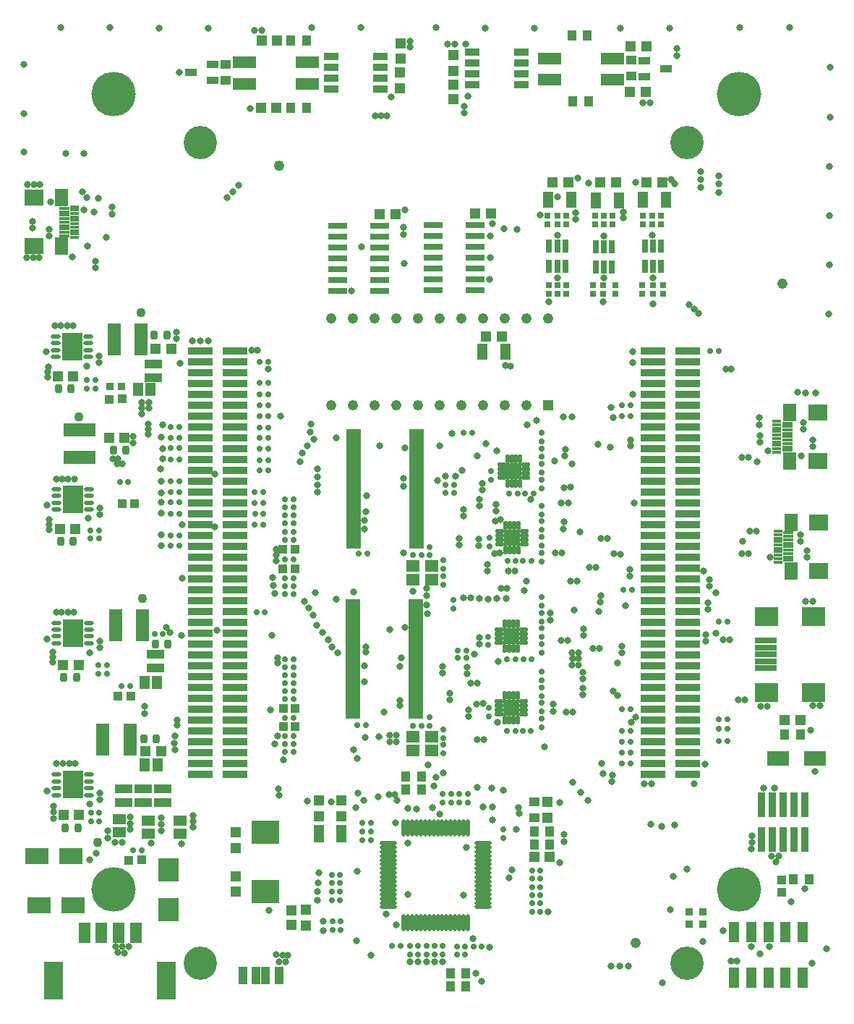
<source format=gts>
G04*
G04 #@! TF.GenerationSoftware,Altium Limited,Altium Designer,20.0.2 (26)*
G04*
G04 Layer_Color=8388736*
%FSLAX44Y44*%
%MOMM*%
G71*
G01*
G75*
%ADD77C,1.2192*%
%ADD78R,0.9432X2.9932*%
%ADD79R,1.4032X2.4032*%
%ADD80R,2.2032X4.4032*%
%ADD81O,0.5032X2.0032*%
%ADD82O,2.0032X0.5032*%
%ADD83R,2.7032X1.9032*%
%ADD84R,1.3032X1.9032*%
%ADD85R,1.0532X1.0032*%
G04:AMPARAMS|DCode=86|XSize=0.8032mm|YSize=1.0532mm|CornerRadius=0.2516mm|HoleSize=0mm|Usage=FLASHONLY|Rotation=0.000|XOffset=0mm|YOffset=0mm|HoleType=Round|Shape=RoundedRectangle|*
%AMROUNDEDRECTD86*
21,1,0.8032,0.5500,0,0,0.0*
21,1,0.3000,1.0532,0,0,0.0*
1,1,0.5032,0.1500,-0.2750*
1,1,0.5032,-0.1500,-0.2750*
1,1,0.5032,-0.1500,0.2750*
1,1,0.5032,0.1500,0.2750*
%
%ADD86ROUNDEDRECTD86*%
%ADD87R,1.3032X1.6032*%
%ADD88R,1.0032X1.1032*%
G04:AMPARAMS|DCode=89|XSize=0.6032mm|YSize=0.7032mm|CornerRadius=0.1516mm|HoleSize=0mm|Usage=FLASHONLY|Rotation=180.000|XOffset=0mm|YOffset=0mm|HoleType=Round|Shape=RoundedRectangle|*
%AMROUNDEDRECTD89*
21,1,0.6032,0.4000,0,0,180.0*
21,1,0.3000,0.7032,0,0,180.0*
1,1,0.3032,-0.1500,0.2000*
1,1,0.3032,0.1500,0.2000*
1,1,0.3032,0.1500,-0.2000*
1,1,0.3032,-0.1500,-0.2000*
%
%ADD89ROUNDEDRECTD89*%
%ADD90R,1.0160X1.0160*%
%ADD91R,2.5332X1.7632*%
%ADD92R,2.0032X1.0032*%
%ADD93R,2.5032X0.7032*%
%ADD94R,2.7032X2.2032*%
%ADD95R,1.5240X3.8100*%
%ADD96R,0.7032X0.8032*%
%ADD97C,1.0932*%
%ADD98R,0.8032X1.5532*%
%ADD99R,2.1844X0.7366*%
%ADD100O,1.1532X0.5032*%
%ADD101R,2.4032X3.2032*%
%ADD102R,1.6764X0.4826*%
%ADD103R,1.8832X1.8832*%
G04:AMPARAMS|DCode=104|XSize=1.0632mm|YSize=0.4632mm|CornerRadius=0.1341mm|HoleSize=0mm|Usage=FLASHONLY|Rotation=0.000|XOffset=0mm|YOffset=0mm|HoleType=Round|Shape=RoundedRectangle|*
%AMROUNDEDRECTD104*
21,1,1.0632,0.1950,0,0,0.0*
21,1,0.7950,0.4632,0,0,0.0*
1,1,0.2682,0.3975,-0.0975*
1,1,0.2682,-0.3975,-0.0975*
1,1,0.2682,-0.3975,0.0975*
1,1,0.2682,0.3975,0.0975*
%
%ADD104ROUNDEDRECTD104*%
G04:AMPARAMS|DCode=105|XSize=1.0632mm|YSize=0.4632mm|CornerRadius=0.1341mm|HoleSize=0mm|Usage=FLASHONLY|Rotation=90.000|XOffset=0mm|YOffset=0mm|HoleType=Round|Shape=RoundedRectangle|*
%AMROUNDEDRECTD105*
21,1,1.0632,0.1950,0,0,90.0*
21,1,0.7950,0.4632,0,0,90.0*
1,1,0.2682,0.0975,0.3975*
1,1,0.2682,0.0975,-0.3975*
1,1,0.2682,-0.0975,-0.3975*
1,1,0.2682,-0.0975,0.3975*
%
%ADD105ROUNDEDRECTD105*%
%ADD106R,1.2032X2.0032*%
%ADD107R,3.2032X2.7032*%
%ADD108R,1.6032X1.4032*%
%ADD109R,2.4032X2.7032*%
%ADD110R,2.9932X0.9432*%
%ADD111R,0.9652X0.9652*%
%ADD112R,1.2232X2.3632*%
%ADD113R,2.2032X1.9032*%
%ADD114R,1.5832X2.0032*%
%ADD115R,1.0532X0.4332*%
%ADD116R,1.2032X0.4332*%
%ADD117R,1.2032X1.2532*%
%ADD118R,1.3532X0.8532*%
%ADD119R,1.1032X1.1532*%
%ADD120R,1.7032X0.8532*%
%ADD121R,1.2432X1.3032*%
%ADD122R,2.6924X1.4732*%
G04:AMPARAMS|DCode=123|XSize=0.6032mm|YSize=0.7032mm|CornerRadius=0.1516mm|HoleSize=0mm|Usage=FLASHONLY|Rotation=270.000|XOffset=0mm|YOffset=0mm|HoleType=Round|Shape=RoundedRectangle|*
%AMROUNDEDRECTD123*
21,1,0.6032,0.4000,0,0,270.0*
21,1,0.3000,0.7032,0,0,270.0*
1,1,0.3032,-0.2000,-0.1500*
1,1,0.3032,-0.2000,0.1500*
1,1,0.3032,0.2000,0.1500*
1,1,0.3032,0.2000,-0.1500*
%
%ADD123ROUNDEDRECTD123*%
%ADD124R,1.1532X1.1032*%
%ADD125R,1.2532X1.2032*%
%ADD126R,1.6032X1.3032*%
%ADD127R,0.9652X0.9652*%
%ADD128R,3.8100X1.5240*%
%ADD129R,1.0032X2.0032*%
%ADD130C,3.9032*%
%ADD131R,1.2192X1.2192*%
%ADD132C,0.8032*%
%ADD133C,0.7032*%
%ADD134C,5.2032*%
%ADD135C,1.4732*%
D77*
X-240792Y-1086612D02*
D03*
X-658368Y-177038D02*
D03*
X-68834Y-314960D02*
D03*
X-343000Y-356000D02*
D03*
X-368400D02*
D03*
X-393800D02*
D03*
X-419200D02*
D03*
X-444600D02*
D03*
X-470000D02*
D03*
X-495400D02*
D03*
X-520800D02*
D03*
X-546200D02*
D03*
X-571600D02*
D03*
X-597000D02*
D03*
Y-457600D02*
D03*
X-571600D02*
D03*
X-546200D02*
D03*
X-520800D02*
D03*
X-495400D02*
D03*
X-470000D02*
D03*
X-444600D02*
D03*
X-419200D02*
D03*
X-393800D02*
D03*
X-368400D02*
D03*
D78*
X-68580Y-965352D02*
D03*
Y-924652D02*
D03*
X-55880Y-965352D02*
D03*
Y-924652D02*
D03*
X-43180Y-965352D02*
D03*
Y-924652D02*
D03*
X-93980Y-965352D02*
D03*
Y-924652D02*
D03*
X-81280Y-965352D02*
D03*
Y-924652D02*
D03*
D79*
X-826274Y-1074754D02*
D03*
X-846274D02*
D03*
X-866274D02*
D03*
X-886274D02*
D03*
D80*
X-922274Y-1130554D02*
D03*
X-790274D02*
D03*
D81*
X-512480Y-951356D02*
D03*
X-507480D02*
D03*
X-502480D02*
D03*
X-497480D02*
D03*
X-492480D02*
D03*
X-487480D02*
D03*
X-482480D02*
D03*
X-477480D02*
D03*
X-472480D02*
D03*
X-467480D02*
D03*
X-462480D02*
D03*
X-457480D02*
D03*
X-452480D02*
D03*
X-447480D02*
D03*
X-442480D02*
D03*
X-437480D02*
D03*
Y-1062356D02*
D03*
X-442480D02*
D03*
X-447480D02*
D03*
X-452480D02*
D03*
X-457480D02*
D03*
X-462480D02*
D03*
X-467480D02*
D03*
X-472480D02*
D03*
X-477480D02*
D03*
X-482480D02*
D03*
X-487480D02*
D03*
X-492480D02*
D03*
X-497480D02*
D03*
X-502480D02*
D03*
X-507480D02*
D03*
X-512480D02*
D03*
D82*
X-419480Y-969356D02*
D03*
Y-974356D02*
D03*
Y-979356D02*
D03*
Y-984356D02*
D03*
Y-989356D02*
D03*
Y-994356D02*
D03*
Y-999356D02*
D03*
Y-1004356D02*
D03*
Y-1009356D02*
D03*
Y-1014356D02*
D03*
Y-1019356D02*
D03*
Y-1024356D02*
D03*
Y-1029356D02*
D03*
Y-1034356D02*
D03*
Y-1039356D02*
D03*
Y-1044356D02*
D03*
X-530480D02*
D03*
Y-1039356D02*
D03*
Y-1034356D02*
D03*
Y-1029356D02*
D03*
Y-1024356D02*
D03*
Y-1019356D02*
D03*
Y-1014356D02*
D03*
Y-1009356D02*
D03*
Y-1004356D02*
D03*
Y-999356D02*
D03*
Y-994356D02*
D03*
Y-989356D02*
D03*
Y-984356D02*
D03*
Y-979356D02*
D03*
Y-974356D02*
D03*
Y-969356D02*
D03*
D83*
X-939734Y-1042416D02*
D03*
X-899734D02*
D03*
X-941766Y-984758D02*
D03*
X-901766D02*
D03*
D84*
X-393408Y-394207D02*
D03*
X-420408D02*
D03*
X-343446Y-217165D02*
D03*
X-316446D02*
D03*
X-232194D02*
D03*
X-205194D02*
D03*
X-287566Y-217673D02*
D03*
X-260566D02*
D03*
D85*
X-69850Y-1027430D02*
D03*
Y-1012430D02*
D03*
D86*
X-803536Y-736600D02*
D03*
X-788536D02*
D03*
X-789552Y-374904D02*
D03*
X-804552D02*
D03*
X-837558Y-509524D02*
D03*
X-852558D02*
D03*
X-801998Y-847598D02*
D03*
X-816998D02*
D03*
X-910724Y-775716D02*
D03*
X-895724D02*
D03*
X-914280Y-616204D02*
D03*
X-899280D02*
D03*
X-916820Y-438150D02*
D03*
X-901820D02*
D03*
X-908946Y-951484D02*
D03*
X-893946D02*
D03*
D87*
X-816236Y-781812D02*
D03*
X-801236D02*
D03*
X-815474Y-878332D02*
D03*
X-800474D02*
D03*
X-808856Y-438912D02*
D03*
X-823856D02*
D03*
D88*
X-639688Y-626110D02*
D03*
X-653688D02*
D03*
X-653688Y-648462D02*
D03*
X-639688D02*
D03*
X-653434Y-833374D02*
D03*
X-639434D02*
D03*
X-639434Y-811784D02*
D03*
X-653434D02*
D03*
D89*
X-373300Y-837946D02*
D03*
X-363300D02*
D03*
X-143680Y-710692D02*
D03*
X-133680D02*
D03*
X-362378Y-1001522D02*
D03*
X-352378D02*
D03*
X-362378Y-1011174D02*
D03*
X-352378D02*
D03*
X-362378Y-1020826D02*
D03*
X-352378D02*
D03*
X-362378Y-1030478D02*
D03*
X-352378D02*
D03*
X-362378Y-1040130D02*
D03*
X-352378D02*
D03*
X-362378Y-1050036D02*
D03*
X-352378D02*
D03*
X-586058Y-1070864D02*
D03*
X-596058D02*
D03*
X-586058Y-1060958D02*
D03*
X-596058D02*
D03*
X-586820Y-1036066D02*
D03*
X-596820D02*
D03*
X-586820Y-1025906D02*
D03*
X-596820D02*
D03*
X-586820Y-1016254D02*
D03*
X-596820D02*
D03*
X-586820Y-1006602D02*
D03*
X-596820D02*
D03*
X-560752Y-956310D02*
D03*
X-550752D02*
D03*
X-560752Y-945896D02*
D03*
X-550752D02*
D03*
X-430958Y-1090930D02*
D03*
X-420958D02*
D03*
X-525954Y-1089660D02*
D03*
X-515954D02*
D03*
X-560752Y-966216D02*
D03*
X-550752D02*
D03*
X-491570Y-632714D02*
D03*
X-501570D02*
D03*
X-491316Y-832104D02*
D03*
X-501316D02*
D03*
X-674958Y-699008D02*
D03*
X-684958D02*
D03*
X-671150Y-533400D02*
D03*
X-681150D02*
D03*
X-671150Y-521208D02*
D03*
X-681150D02*
D03*
X-671150Y-508000D02*
D03*
X-681150D02*
D03*
X-671150Y-495554D02*
D03*
X-681150D02*
D03*
X-671150Y-483108D02*
D03*
X-681150D02*
D03*
X-671150Y-469900D02*
D03*
X-681150D02*
D03*
X-671150Y-457200D02*
D03*
X-681150D02*
D03*
X-671150Y-444500D02*
D03*
X-681150D02*
D03*
X-671150Y-431292D02*
D03*
X-681150D02*
D03*
X-143844Y-393700D02*
D03*
X-153844D02*
D03*
X-671150Y-406146D02*
D03*
X-681150D02*
D03*
X-246970Y-876300D02*
D03*
X-256970D02*
D03*
X-246970Y-863854D02*
D03*
X-256970D02*
D03*
X-246970Y-851154D02*
D03*
X-256970D02*
D03*
X-133680Y-850138D02*
D03*
X-143680D02*
D03*
X-246970Y-838200D02*
D03*
X-256970D02*
D03*
X-133430Y-835406D02*
D03*
X-143430D02*
D03*
X-246970Y-812800D02*
D03*
X-256970D02*
D03*
X-133430Y-824484D02*
D03*
X-143430D02*
D03*
X-775288Y-495554D02*
D03*
X-785288D02*
D03*
X-775288Y-482346D02*
D03*
X-785288D02*
D03*
X-245444Y-673100D02*
D03*
X-255444D02*
D03*
X-775284Y-559054D02*
D03*
X-785284D02*
D03*
X-775284Y-546100D02*
D03*
X-785284D02*
D03*
X-775284Y-520446D02*
D03*
X-785284D02*
D03*
X-775284Y-507492D02*
D03*
X-785284D02*
D03*
X-676736Y-558546D02*
D03*
X-686736D02*
D03*
X-775368Y-621792D02*
D03*
X-785368D02*
D03*
X-676736Y-571246D02*
D03*
X-686736D02*
D03*
X-775368Y-609346D02*
D03*
X-785368D02*
D03*
X-676656Y-583946D02*
D03*
X-686656D02*
D03*
X-775368D02*
D03*
X-785368D02*
D03*
X-676816Y-596646D02*
D03*
X-686816D02*
D03*
X-775288Y-570992D02*
D03*
X-785288D02*
D03*
X-246970Y-469646D02*
D03*
X-256970D02*
D03*
X-246970Y-456946D02*
D03*
X-256970D02*
D03*
X-362742Y-639184D02*
D03*
X-372742D02*
D03*
X-362538Y-754126D02*
D03*
X-372538D02*
D03*
X-360296Y-560444D02*
D03*
X-370296D02*
D03*
X-555324Y-630936D02*
D03*
X-565324D02*
D03*
X-557102Y-831850D02*
D03*
X-567102D02*
D03*
X-641688Y-678434D02*
D03*
X-651688D02*
D03*
X-641434Y-862838D02*
D03*
X-651434D02*
D03*
X-641688Y-669036D02*
D03*
X-651688D02*
D03*
X-641434Y-853254D02*
D03*
X-651434D02*
D03*
X-641688Y-659638D02*
D03*
X-651688D02*
D03*
X-641434Y-844042D02*
D03*
X-651434D02*
D03*
X-651688Y-614934D02*
D03*
X-641688D02*
D03*
X-641434Y-801116D02*
D03*
X-651434D02*
D03*
X-641688Y-595630D02*
D03*
X-651688D02*
D03*
X-641434Y-782320D02*
D03*
X-651434D02*
D03*
X-641688Y-586232D02*
D03*
X-651688D02*
D03*
X-641434Y-772922D02*
D03*
X-651434D02*
D03*
X-651688Y-637540D02*
D03*
X-641688D02*
D03*
X-651688Y-605282D02*
D03*
X-641688D02*
D03*
X-651688Y-576834D02*
D03*
X-641688D02*
D03*
X-651688Y-567436D02*
D03*
X-641688D02*
D03*
X-651434Y-822706D02*
D03*
X-641434D02*
D03*
X-651434Y-791718D02*
D03*
X-641434D02*
D03*
X-651434Y-763524D02*
D03*
X-641434D02*
D03*
X-651434Y-754126D02*
D03*
X-641434D02*
D03*
X-453521Y-550204D02*
D03*
X-463521D02*
D03*
X-453521Y-559602D02*
D03*
X-463521D02*
D03*
X-439246Y-744220D02*
D03*
X-449246D02*
D03*
X-439246Y-753110D02*
D03*
X-449246D02*
D03*
X-432388Y-489204D02*
D03*
X-442388D02*
D03*
X-381842Y-837946D02*
D03*
X-391842D02*
D03*
X-381204Y-639184D02*
D03*
X-391204D02*
D03*
X-381588Y-754126D02*
D03*
X-391588D02*
D03*
X-378714Y-560578D02*
D03*
X-388714D02*
D03*
X-794338Y-724408D02*
D03*
X-804338D02*
D03*
X-859866Y-771398D02*
D03*
X-869866D02*
D03*
X-834978Y-547370D02*
D03*
X-844978D02*
D03*
X-842692Y-785876D02*
D03*
X-832692D02*
D03*
X-818976Y-977900D02*
D03*
X-828976D02*
D03*
X-859866Y-761238D02*
D03*
X-869866D02*
D03*
X-869264Y-603504D02*
D03*
X-879264D02*
D03*
Y-613410D02*
D03*
X-869264D02*
D03*
X-883582Y-437896D02*
D03*
X-873582D02*
D03*
Y-427482D02*
D03*
X-883582D02*
D03*
D90*
X-846836Y-797560D02*
D03*
X-832104Y-797306D02*
D03*
X-827278Y-572008D02*
D03*
X-842010Y-572262D02*
D03*
X-842264Y-449834D02*
D03*
X-856996Y-450088D02*
D03*
X-834136Y-989584D02*
D03*
X-819404Y-989330D02*
D03*
D91*
X-73978Y-870204D02*
D03*
X-31178D02*
D03*
D92*
X-802894Y-764666D02*
D03*
Y-748666D02*
D03*
X-794512Y-905638D02*
D03*
Y-921638D02*
D03*
X-817372Y-905638D02*
D03*
Y-921638D02*
D03*
X-840232D02*
D03*
Y-905638D02*
D03*
X-805688Y-408814D02*
D03*
Y-424814D02*
D03*
D93*
X-88514Y-764538D02*
D03*
Y-756538D02*
D03*
Y-748538D02*
D03*
Y-740538D02*
D03*
Y-732538D02*
D03*
D94*
X-87514Y-704038D02*
D03*
X-32514D02*
D03*
Y-793038D02*
D03*
X-87514D02*
D03*
D95*
X-818388Y-714248D02*
D03*
X-849884D02*
D03*
X-864616Y-848360D02*
D03*
X-833120D02*
D03*
X-851152Y-379984D02*
D03*
X-819656D02*
D03*
D96*
X-278638Y-327074D02*
D03*
Y-317074D02*
D03*
X-221488Y-235256D02*
D03*
Y-245256D02*
D03*
X-211582Y-245256D02*
D03*
Y-235256D02*
D03*
X-232156Y-245256D02*
D03*
Y-235256D02*
D03*
X-321818Y-245256D02*
D03*
Y-235256D02*
D03*
X-343916Y-245256D02*
D03*
Y-235256D02*
D03*
X-233426Y-316566D02*
D03*
Y-326566D02*
D03*
X-220726Y-316566D02*
D03*
Y-326566D02*
D03*
X-267970Y-235764D02*
D03*
Y-245764D02*
D03*
X-288544Y-235764D02*
D03*
Y-245764D02*
D03*
X-208534Y-326566D02*
D03*
Y-316566D02*
D03*
X-342646Y-326564D02*
D03*
Y-316564D02*
D03*
X-322072Y-326566D02*
D03*
Y-316566D02*
D03*
X-332486Y-326566D02*
D03*
Y-316566D02*
D03*
Y-245256D02*
D03*
Y-235256D02*
D03*
X-290576Y-327074D02*
D03*
Y-317074D02*
D03*
X-264922Y-327074D02*
D03*
Y-317074D02*
D03*
X-278130Y-245764D02*
D03*
Y-235764D02*
D03*
D97*
X-818388Y-683006D02*
D03*
X-892810Y-470916D02*
D03*
X-871220Y-968248D02*
D03*
X-820166Y-348488D02*
D03*
D98*
X-268630Y-271614D02*
D03*
X-278130D02*
D03*
X-287630D02*
D03*
Y-295314D02*
D03*
X-278130D02*
D03*
X-268630D02*
D03*
X-323240Y-271106D02*
D03*
X-332740D02*
D03*
X-342240D02*
D03*
Y-294806D02*
D03*
X-332740D02*
D03*
X-323240D02*
D03*
X-211226Y-271106D02*
D03*
X-220726D02*
D03*
X-230226D02*
D03*
Y-294806D02*
D03*
X-220726D02*
D03*
X-211226D02*
D03*
D99*
X-540512Y-247396D02*
D03*
Y-260096D02*
D03*
Y-272796D02*
D03*
Y-285496D02*
D03*
Y-298196D02*
D03*
Y-310896D02*
D03*
Y-323596D02*
D03*
X-589788D02*
D03*
Y-310896D02*
D03*
Y-298196D02*
D03*
Y-285496D02*
D03*
Y-272796D02*
D03*
Y-260096D02*
D03*
Y-247396D02*
D03*
X-477774Y-246380D02*
D03*
Y-259080D02*
D03*
Y-271780D02*
D03*
Y-284480D02*
D03*
Y-297180D02*
D03*
Y-309880D02*
D03*
Y-322580D02*
D03*
X-428498D02*
D03*
Y-309880D02*
D03*
Y-297180D02*
D03*
Y-284480D02*
D03*
Y-271780D02*
D03*
Y-259080D02*
D03*
Y-246380D02*
D03*
D100*
X-919000Y-711646D02*
D03*
Y-719646D02*
D03*
Y-727646D02*
D03*
Y-735646D02*
D03*
X-881000D02*
D03*
Y-727646D02*
D03*
Y-719646D02*
D03*
Y-711646D02*
D03*
X-881762Y-376810D02*
D03*
Y-384810D02*
D03*
Y-392810D02*
D03*
Y-400810D02*
D03*
X-919762D02*
D03*
Y-392810D02*
D03*
Y-384810D02*
D03*
Y-376810D02*
D03*
X-881000Y-889256D02*
D03*
Y-897256D02*
D03*
Y-905256D02*
D03*
Y-913256D02*
D03*
X-919000D02*
D03*
Y-905256D02*
D03*
Y-897256D02*
D03*
Y-889256D02*
D03*
X-881000Y-555436D02*
D03*
Y-563436D02*
D03*
Y-571436D02*
D03*
Y-579436D02*
D03*
X-919000D02*
D03*
Y-571436D02*
D03*
Y-563436D02*
D03*
Y-555436D02*
D03*
D101*
X-900000Y-723646D02*
D03*
X-900762Y-388810D02*
D03*
X-900000Y-901256D02*
D03*
Y-567436D02*
D03*
D102*
X-497332Y-487426D02*
D03*
Y-492506D02*
D03*
Y-497586D02*
D03*
Y-502412D02*
D03*
Y-507492D02*
D03*
Y-512572D02*
D03*
Y-517398D02*
D03*
Y-522478D02*
D03*
Y-527558D02*
D03*
Y-532384D02*
D03*
Y-537464D02*
D03*
Y-542544D02*
D03*
Y-547370D02*
D03*
Y-552450D02*
D03*
Y-557530D02*
D03*
Y-562610D02*
D03*
Y-567436D02*
D03*
Y-572516D02*
D03*
Y-577596D02*
D03*
Y-582422D02*
D03*
Y-587502D02*
D03*
Y-592582D02*
D03*
Y-597408D02*
D03*
Y-602488D02*
D03*
Y-607568D02*
D03*
Y-612394D02*
D03*
Y-617474D02*
D03*
Y-622554D02*
D03*
X-570992D02*
D03*
Y-617474D02*
D03*
Y-612394D02*
D03*
Y-607568D02*
D03*
Y-602488D02*
D03*
Y-597408D02*
D03*
Y-592582D02*
D03*
Y-587502D02*
D03*
Y-582422D02*
D03*
Y-577596D02*
D03*
Y-572516D02*
D03*
Y-567436D02*
D03*
Y-562610D02*
D03*
Y-557530D02*
D03*
Y-552450D02*
D03*
Y-547370D02*
D03*
Y-542544D02*
D03*
Y-537464D02*
D03*
Y-532384D02*
D03*
Y-527558D02*
D03*
Y-522478D02*
D03*
Y-517398D02*
D03*
Y-512572D02*
D03*
Y-507492D02*
D03*
Y-502412D02*
D03*
Y-497586D02*
D03*
Y-492506D02*
D03*
Y-487426D02*
D03*
X-572008Y-686308D02*
D03*
Y-691388D02*
D03*
Y-696468D02*
D03*
Y-701294D02*
D03*
Y-706374D02*
D03*
Y-711454D02*
D03*
Y-716280D02*
D03*
Y-721360D02*
D03*
Y-726440D02*
D03*
Y-731266D02*
D03*
Y-736346D02*
D03*
Y-741426D02*
D03*
Y-746252D02*
D03*
Y-751332D02*
D03*
Y-756412D02*
D03*
Y-761492D02*
D03*
Y-766318D02*
D03*
Y-771398D02*
D03*
Y-776478D02*
D03*
Y-781304D02*
D03*
Y-786384D02*
D03*
Y-791464D02*
D03*
Y-796290D02*
D03*
Y-801370D02*
D03*
Y-806450D02*
D03*
Y-811276D02*
D03*
Y-816356D02*
D03*
Y-821436D02*
D03*
X-498348D02*
D03*
Y-816356D02*
D03*
Y-811276D02*
D03*
Y-806450D02*
D03*
Y-801370D02*
D03*
Y-796290D02*
D03*
Y-791464D02*
D03*
Y-786384D02*
D03*
Y-781304D02*
D03*
Y-776478D02*
D03*
Y-771398D02*
D03*
Y-766318D02*
D03*
Y-761492D02*
D03*
Y-756412D02*
D03*
Y-751332D02*
D03*
Y-746252D02*
D03*
Y-741426D02*
D03*
Y-736346D02*
D03*
Y-731266D02*
D03*
Y-726440D02*
D03*
Y-721360D02*
D03*
Y-716280D02*
D03*
Y-711454D02*
D03*
Y-706374D02*
D03*
Y-701294D02*
D03*
Y-696468D02*
D03*
Y-691388D02*
D03*
Y-686308D02*
D03*
D103*
X-386590Y-811384D02*
D03*
X-383622Y-534070D02*
D03*
X-385444Y-612260D02*
D03*
X-386590Y-727524D02*
D03*
D104*
X-372240Y-803884D02*
D03*
Y-808884D02*
D03*
Y-813884D02*
D03*
Y-818884D02*
D03*
X-400940D02*
D03*
Y-813884D02*
D03*
Y-808884D02*
D03*
Y-803884D02*
D03*
X-397972Y-526570D02*
D03*
Y-531570D02*
D03*
Y-536570D02*
D03*
Y-541570D02*
D03*
X-369272D02*
D03*
Y-536570D02*
D03*
Y-531570D02*
D03*
Y-526570D02*
D03*
X-399794Y-604760D02*
D03*
Y-609760D02*
D03*
Y-614760D02*
D03*
Y-619760D02*
D03*
X-371094D02*
D03*
Y-614760D02*
D03*
Y-609760D02*
D03*
Y-604760D02*
D03*
X-400940Y-720024D02*
D03*
Y-725024D02*
D03*
Y-730024D02*
D03*
Y-735024D02*
D03*
X-372240D02*
D03*
Y-730024D02*
D03*
Y-725024D02*
D03*
Y-720024D02*
D03*
D105*
X-394090Y-797034D02*
D03*
X-389090D02*
D03*
X-384090D02*
D03*
X-379090D02*
D03*
Y-825734D02*
D03*
X-384090D02*
D03*
X-389090D02*
D03*
X-394090D02*
D03*
X-391122Y-548420D02*
D03*
X-386122D02*
D03*
X-381122D02*
D03*
X-376122D02*
D03*
Y-519720D02*
D03*
X-381122D02*
D03*
X-386122D02*
D03*
X-391122D02*
D03*
X-392944Y-626610D02*
D03*
X-387944D02*
D03*
X-382944D02*
D03*
X-377944D02*
D03*
Y-597910D02*
D03*
X-382944D02*
D03*
X-387944D02*
D03*
X-392944D02*
D03*
X-394090Y-741874D02*
D03*
X-389090D02*
D03*
X-384090D02*
D03*
X-379090D02*
D03*
Y-713174D02*
D03*
X-384090D02*
D03*
X-389090D02*
D03*
X-394090D02*
D03*
D106*
X-611428Y-958088D02*
D03*
X-585928D02*
D03*
D107*
X-674116Y-1026362D02*
D03*
Y-956362D02*
D03*
D108*
X-479982Y-645288D02*
D03*
Y-661288D02*
D03*
X-501982D02*
D03*
Y-645288D02*
D03*
Y-844932D02*
D03*
Y-860932D02*
D03*
X-479982D02*
D03*
Y-844932D02*
D03*
D109*
X-788162Y-1047628D02*
D03*
Y-1000628D02*
D03*
D110*
X-180086Y-482346D02*
D03*
Y-456946D02*
D03*
Y-444246D02*
D03*
Y-418846D02*
D03*
X-220726D02*
D03*
Y-444246D02*
D03*
Y-456946D02*
D03*
Y-482346D02*
D03*
X-180086Y-558546D02*
D03*
Y-545846D02*
D03*
Y-520446D02*
D03*
X-220726D02*
D03*
Y-545846D02*
D03*
Y-558546D02*
D03*
X-180086Y-622046D02*
D03*
Y-583946D02*
D03*
Y-647446D02*
D03*
X-220726D02*
D03*
Y-583946D02*
D03*
Y-622046D02*
D03*
X-180086Y-660146D02*
D03*
Y-685546D02*
D03*
Y-723646D02*
D03*
X-220726D02*
D03*
Y-685546D02*
D03*
Y-660146D02*
D03*
X-180086Y-749046D02*
D03*
Y-761746D02*
D03*
Y-787146D02*
D03*
X-220726D02*
D03*
Y-761746D02*
D03*
Y-749046D02*
D03*
X-180086Y-825246D02*
D03*
Y-850646D02*
D03*
Y-888746D02*
D03*
Y-863346D02*
D03*
X-220726D02*
D03*
Y-888746D02*
D03*
Y-850646D02*
D03*
Y-825246D02*
D03*
X-180086Y-393446D02*
D03*
X-220726D02*
D03*
X-180086Y-406146D02*
D03*
X-220726D02*
D03*
X-180086Y-431546D02*
D03*
X-220726D02*
D03*
X-180086Y-469646D02*
D03*
X-220726D02*
D03*
X-180086Y-495046D02*
D03*
X-220726D02*
D03*
X-180086Y-507746D02*
D03*
X-220726D02*
D03*
X-180086Y-533146D02*
D03*
X-220726D02*
D03*
X-180086Y-571246D02*
D03*
X-220726D02*
D03*
X-180086Y-596646D02*
D03*
X-220726D02*
D03*
X-180086Y-609346D02*
D03*
X-220726D02*
D03*
X-180086Y-634746D02*
D03*
X-220726D02*
D03*
X-180086Y-672846D02*
D03*
X-220726D02*
D03*
X-180086Y-698246D02*
D03*
X-220726D02*
D03*
X-180086Y-710946D02*
D03*
X-220726D02*
D03*
X-180086Y-736346D02*
D03*
X-220726D02*
D03*
X-180086Y-774446D02*
D03*
X-220726D02*
D03*
X-180086Y-799846D02*
D03*
X-220726D02*
D03*
X-180086Y-812546D02*
D03*
X-220726D02*
D03*
X-180086Y-837946D02*
D03*
X-220726D02*
D03*
X-180086Y-876046D02*
D03*
X-220726D02*
D03*
X-710086Y-418846D02*
D03*
Y-444246D02*
D03*
Y-456946D02*
D03*
Y-482346D02*
D03*
Y-520446D02*
D03*
Y-545846D02*
D03*
Y-558546D02*
D03*
Y-647446D02*
D03*
Y-583946D02*
D03*
Y-622046D02*
D03*
Y-723646D02*
D03*
Y-685546D02*
D03*
Y-660146D02*
D03*
Y-787146D02*
D03*
Y-761746D02*
D03*
Y-749046D02*
D03*
Y-863346D02*
D03*
Y-888746D02*
D03*
Y-850646D02*
D03*
Y-825246D02*
D03*
Y-393446D02*
D03*
Y-406146D02*
D03*
Y-431546D02*
D03*
Y-469646D02*
D03*
Y-495046D02*
D03*
Y-507746D02*
D03*
Y-533146D02*
D03*
Y-571246D02*
D03*
Y-596646D02*
D03*
Y-609346D02*
D03*
Y-634746D02*
D03*
Y-672846D02*
D03*
Y-698246D02*
D03*
Y-710946D02*
D03*
Y-736346D02*
D03*
Y-774446D02*
D03*
Y-799846D02*
D03*
Y-812546D02*
D03*
Y-837946D02*
D03*
Y-876046D02*
D03*
X-750726Y-482346D02*
D03*
Y-456946D02*
D03*
Y-444246D02*
D03*
Y-418846D02*
D03*
Y-558546D02*
D03*
Y-545846D02*
D03*
Y-520446D02*
D03*
Y-622046D02*
D03*
Y-583946D02*
D03*
Y-647446D02*
D03*
Y-660146D02*
D03*
Y-685546D02*
D03*
Y-723646D02*
D03*
Y-749046D02*
D03*
Y-761746D02*
D03*
Y-787146D02*
D03*
Y-825246D02*
D03*
Y-850646D02*
D03*
Y-888746D02*
D03*
Y-863346D02*
D03*
Y-406146D02*
D03*
Y-431546D02*
D03*
Y-469646D02*
D03*
Y-495046D02*
D03*
Y-507746D02*
D03*
Y-533146D02*
D03*
Y-571246D02*
D03*
Y-596646D02*
D03*
Y-609346D02*
D03*
Y-634746D02*
D03*
Y-672846D02*
D03*
Y-698246D02*
D03*
Y-710946D02*
D03*
Y-736346D02*
D03*
Y-774446D02*
D03*
Y-799846D02*
D03*
Y-812546D02*
D03*
Y-837946D02*
D03*
Y-876046D02*
D03*
Y-393446D02*
D03*
D111*
X-162306Y-1049909D02*
D03*
Y-1063879D02*
D03*
X-178308Y-1064133D02*
D03*
Y-1050163D02*
D03*
D112*
X-125466Y-1073898D02*
D03*
X-105466D02*
D03*
X-85466D02*
D03*
X-65466D02*
D03*
X-45466D02*
D03*
X-125466Y-1126998D02*
D03*
X-105466D02*
D03*
X-85466D02*
D03*
X-65466D02*
D03*
X-45466D02*
D03*
D113*
X-945582Y-271324D02*
D03*
Y-214324D02*
D03*
X-27686Y-465478D02*
D03*
Y-522478D02*
D03*
X-26670Y-594106D02*
D03*
Y-651106D02*
D03*
D114*
X-913072Y-271324D02*
D03*
Y-214324D02*
D03*
X-60196Y-465478D02*
D03*
Y-522478D02*
D03*
X-59180Y-594106D02*
D03*
Y-651106D02*
D03*
D115*
X-897832Y-224824D02*
D03*
Y-228824D02*
D03*
Y-232824D02*
D03*
Y-236824D02*
D03*
Y-240824D02*
D03*
Y-244824D02*
D03*
Y-248824D02*
D03*
Y-252824D02*
D03*
Y-256824D02*
D03*
Y-260824D02*
D03*
X-75436Y-511978D02*
D03*
Y-507978D02*
D03*
Y-503978D02*
D03*
Y-499978D02*
D03*
Y-495978D02*
D03*
Y-491978D02*
D03*
Y-487978D02*
D03*
Y-483978D02*
D03*
Y-479978D02*
D03*
Y-475978D02*
D03*
X-74420Y-640606D02*
D03*
Y-636606D02*
D03*
Y-632606D02*
D03*
Y-628606D02*
D03*
Y-624606D02*
D03*
Y-620606D02*
D03*
Y-616606D02*
D03*
Y-612606D02*
D03*
Y-608606D02*
D03*
Y-604606D02*
D03*
D116*
X-910082Y-226824D02*
D03*
Y-230824D02*
D03*
Y-234824D02*
D03*
Y-238824D02*
D03*
Y-242824D02*
D03*
Y-246824D02*
D03*
Y-250824D02*
D03*
Y-254824D02*
D03*
Y-258824D02*
D03*
X-63186Y-509978D02*
D03*
Y-505978D02*
D03*
Y-501978D02*
D03*
Y-497978D02*
D03*
Y-493978D02*
D03*
Y-489978D02*
D03*
Y-485978D02*
D03*
Y-481978D02*
D03*
Y-477978D02*
D03*
X-62170Y-638606D02*
D03*
Y-634606D02*
D03*
Y-630606D02*
D03*
Y-626606D02*
D03*
Y-622606D02*
D03*
Y-618606D02*
D03*
Y-614606D02*
D03*
Y-610606D02*
D03*
Y-606606D02*
D03*
D117*
X-246740Y-37592D02*
D03*
X-228240D02*
D03*
X-247756Y-90678D02*
D03*
X-229256D02*
D03*
X-661310Y-109474D02*
D03*
X-679810D02*
D03*
X-660548Y-30226D02*
D03*
X-679048D02*
D03*
X-911458Y-761238D02*
D03*
X-892958D02*
D03*
X-319828Y-196346D02*
D03*
X-338328D02*
D03*
X-209952D02*
D03*
X-228452D02*
D03*
X-264054Y-196854D02*
D03*
X-282554D02*
D03*
X-397658Y-376428D02*
D03*
X-416158D02*
D03*
X-428604Y-232918D02*
D03*
X-410104D02*
D03*
X-892450Y-936498D02*
D03*
X-910950D02*
D03*
X-796692Y-861568D02*
D03*
X-815192D02*
D03*
X-899308Y-423672D02*
D03*
X-917808D02*
D03*
X-784754Y-391160D02*
D03*
X-803254D02*
D03*
X-896768Y-601726D02*
D03*
X-915268D02*
D03*
X-839110Y-495046D02*
D03*
X-857610D02*
D03*
X-521864Y-233934D02*
D03*
X-540364D02*
D03*
X-66654Y-825246D02*
D03*
X-48154D02*
D03*
X-359772Y-985520D02*
D03*
X-341272D02*
D03*
D118*
X-205436Y-63500D02*
D03*
X-230936Y-73000D02*
D03*
Y-54000D02*
D03*
X-736296Y-77318D02*
D03*
Y-58318D02*
D03*
X-761796Y-67818D02*
D03*
D119*
X-296058Y-101854D02*
D03*
X-314558D02*
D03*
X-315828Y-24892D02*
D03*
X-297328D02*
D03*
X-626258Y-30226D02*
D03*
X-644758D02*
D03*
X-626258Y-109220D02*
D03*
X-644758D02*
D03*
X-439572Y-1136904D02*
D03*
X-458072D02*
D03*
X-510394Y-907034D02*
D03*
X-491894D02*
D03*
X-439572Y-1122172D02*
D03*
X-458072D02*
D03*
X-510394Y-891286D02*
D03*
X-491894D02*
D03*
X-48154Y-842772D02*
D03*
X-66654D02*
D03*
X-359772Y-955548D02*
D03*
X-341272D02*
D03*
X-359772Y-970788D02*
D03*
X-341272D02*
D03*
X-56494Y-1011682D02*
D03*
X-37994D02*
D03*
D120*
X-374606Y-82550D02*
D03*
Y-69850D02*
D03*
Y-57150D02*
D03*
Y-44450D02*
D03*
X-432606Y-82550D02*
D03*
Y-69850D02*
D03*
Y-57150D02*
D03*
Y-44450D02*
D03*
X-539706Y-87122D02*
D03*
Y-74422D02*
D03*
Y-61722D02*
D03*
Y-49022D02*
D03*
X-597706Y-87122D02*
D03*
Y-74422D02*
D03*
Y-61722D02*
D03*
Y-49022D02*
D03*
D121*
X-516382Y-51726D02*
D03*
Y-34126D02*
D03*
X-454152Y-81788D02*
D03*
Y-99388D02*
D03*
X-643636Y-1047840D02*
D03*
Y-1065440D02*
D03*
D122*
X-625094Y-81280D02*
D03*
Y-56280D02*
D03*
X-699094Y-81280D02*
D03*
Y-56280D02*
D03*
X-267804Y-76504D02*
D03*
Y-51504D02*
D03*
X-341804Y-76504D02*
D03*
Y-51504D02*
D03*
D123*
X-440436Y-1090248D02*
D03*
Y-1100248D02*
D03*
X-450088Y-1090248D02*
D03*
Y-1100248D02*
D03*
X-456946Y-921686D02*
D03*
Y-911686D02*
D03*
X-447294Y-921686D02*
D03*
Y-911686D02*
D03*
X-437642Y-921686D02*
D03*
Y-911686D02*
D03*
X-466598Y-1089914D02*
D03*
Y-1099914D02*
D03*
Y-911686D02*
D03*
Y-921686D02*
D03*
X-476250Y-1099994D02*
D03*
Y-1089994D02*
D03*
X-485902Y-1099994D02*
D03*
Y-1089994D02*
D03*
X-495554Y-1099914D02*
D03*
Y-1089914D02*
D03*
X-504952Y-1099994D02*
D03*
Y-1089994D02*
D03*
X-395986Y-963342D02*
D03*
Y-953342D02*
D03*
X-466090Y-656844D02*
D03*
Y-666844D02*
D03*
Y-648382D02*
D03*
Y-638382D02*
D03*
Y-854536D02*
D03*
Y-864536D02*
D03*
Y-846502D02*
D03*
Y-836502D02*
D03*
X-482092Y-632888D02*
D03*
Y-622888D02*
D03*
X-482346Y-832024D02*
D03*
Y-822024D02*
D03*
X-454406Y-684864D02*
D03*
Y-694864D02*
D03*
X-351282Y-779112D02*
D03*
Y-769112D02*
D03*
Y-815514D02*
D03*
Y-805514D02*
D03*
Y-584748D02*
D03*
Y-574748D02*
D03*
Y-621324D02*
D03*
Y-611324D02*
D03*
X-412750Y-821356D02*
D03*
Y-811356D02*
D03*
X-412366Y-622086D02*
D03*
Y-612086D02*
D03*
X-351282Y-787226D02*
D03*
Y-797226D02*
D03*
Y-823802D02*
D03*
Y-833802D02*
D03*
Y-593036D02*
D03*
Y-603036D02*
D03*
Y-630120D02*
D03*
Y-640120D02*
D03*
Y-691816D02*
D03*
Y-681816D02*
D03*
Y-728138D02*
D03*
Y-718138D02*
D03*
Y-499404D02*
D03*
Y-489404D02*
D03*
Y-535980D02*
D03*
Y-525980D02*
D03*
X-413258Y-737790D02*
D03*
Y-727790D02*
D03*
X-409956Y-544162D02*
D03*
Y-534162D02*
D03*
X-351282Y-700024D02*
D03*
Y-710024D02*
D03*
Y-736426D02*
D03*
Y-746426D02*
D03*
Y-507692D02*
D03*
Y-517692D02*
D03*
Y-544268D02*
D03*
Y-554268D02*
D03*
X-869442Y-944296D02*
D03*
Y-934296D02*
D03*
X-878840D02*
D03*
Y-944296D02*
D03*
D124*
X-245618Y-72242D02*
D03*
Y-53742D02*
D03*
X-720598Y-58822D02*
D03*
Y-77322D02*
D03*
X-359410Y-921152D02*
D03*
Y-939652D02*
D03*
D125*
X-454152Y-65892D02*
D03*
Y-47392D02*
D03*
X-516636Y-67458D02*
D03*
Y-85958D02*
D03*
X-585470Y-937764D02*
D03*
Y-919264D02*
D03*
X-611886D02*
D03*
Y-937764D02*
D03*
X-709172Y-974958D02*
D03*
Y-956458D02*
D03*
Y-1008020D02*
D03*
Y-1026520D02*
D03*
X-344170Y-939652D02*
D03*
Y-921152D02*
D03*
X-627380Y-1047136D02*
D03*
Y-1065636D02*
D03*
D126*
X-774192Y-943222D02*
D03*
Y-958222D02*
D03*
X-845566Y-941698D02*
D03*
Y-956698D02*
D03*
X-811276Y-943222D02*
D03*
Y-958222D02*
D03*
D127*
X-842645Y-435356D02*
D03*
X-856615D02*
D03*
D128*
X-892302Y-486410D02*
D03*
Y-517906D02*
D03*
D129*
X-658114Y-1124712D02*
D03*
X-674114D02*
D03*
X-685038D02*
D03*
X-701038D02*
D03*
D130*
X-750406Y-149796D02*
D03*
X-180406D02*
D03*
X-750406Y-1109796D02*
D03*
X-180406D02*
D03*
D131*
X-343000Y-457600D02*
D03*
D132*
X-719074Y-214376D02*
D03*
X-712216Y-207264D02*
D03*
X-705358Y-200152D02*
D03*
X-143510Y-208280D02*
D03*
Y-198120D02*
D03*
X-143256Y-188468D02*
D03*
X-165100Y-202692D02*
D03*
X-164846Y-193294D02*
D03*
Y-184150D02*
D03*
X-146812Y-723646D02*
D03*
X-146558Y-676910D02*
D03*
X-269494Y-1113536D02*
D03*
X-249682Y-1113790D02*
D03*
X-259334Y-1113536D02*
D03*
X-535940Y-816102D02*
D03*
X-14478Y-350520D02*
D03*
X-14224Y-292862D02*
D03*
X-13970Y-235204D02*
D03*
X-13716Y-177546D02*
D03*
X-13462Y-119888D02*
D03*
X-13208Y-62230D02*
D03*
X-60452Y-15494D02*
D03*
X-118872D02*
D03*
X-201422Y-16002D02*
D03*
X-259080Y-15748D02*
D03*
X-359156Y-16002D02*
D03*
X-416814Y-15748D02*
D03*
X-474472Y-15494D02*
D03*
X-562356D02*
D03*
X-620014Y-15240D02*
D03*
X-740918Y-16002D02*
D03*
X-798576Y-15748D02*
D03*
X-856234Y-15494D02*
D03*
X-913892Y-15240D02*
D03*
X-957072Y-58420D02*
D03*
X-957326Y-116078D02*
D03*
X-957072Y-161290D02*
D03*
X-908050Y-162560D02*
D03*
X-887222Y-162306D02*
D03*
X-658622Y-913892D02*
D03*
X-658876Y-905764D02*
D03*
X-733552Y-599694D02*
D03*
X-733298Y-537464D02*
D03*
X-839216Y-1097788D02*
D03*
X-847344Y-1097280D02*
D03*
X-76962Y-991108D02*
D03*
X-72898Y-985012D02*
D03*
X-81534D02*
D03*
X-872744Y-981456D02*
D03*
X-880110Y-988568D02*
D03*
X-42672Y-1022858D02*
D03*
X-59186Y-1037844D02*
D03*
X-105156Y-976630D02*
D03*
X-104902Y-968502D02*
D03*
X-104648Y-960628D02*
D03*
X-91186Y-904748D02*
D03*
X-78740D02*
D03*
X-927415Y-251206D02*
D03*
X-927354Y-259080D02*
D03*
X-946658Y-242062D02*
D03*
Y-249872D02*
D03*
X-322072Y-816102D02*
D03*
X-337566Y-815086D02*
D03*
Y-807212D02*
D03*
X-314198Y-816356D02*
D03*
X-138684Y-731520D02*
D03*
X-301752Y-726440D02*
D03*
X-131064Y-731520D02*
D03*
X-301762Y-718566D02*
D03*
X-256794Y-738886D02*
D03*
X-290830Y-741680D02*
D03*
X-256794Y-746506D02*
D03*
X-282956Y-741680D02*
D03*
X-154940Y-669090D02*
D03*
X-273558Y-612648D02*
D03*
X-281432Y-612902D02*
D03*
X-154940Y-661416D02*
D03*
X-282194Y-687832D02*
D03*
X-309372Y-663194D02*
D03*
X-281940Y-680212D02*
D03*
X-317246Y-662940D02*
D03*
X-317500Y-553212D02*
D03*
X-95250Y-493014D02*
D03*
X-325120Y-553466D02*
D03*
X-95250Y-500634D02*
D03*
X-96012Y-479806D02*
D03*
X-335026Y-629666D02*
D03*
X-96266Y-471678D02*
D03*
X-327406Y-629666D02*
D03*
X-267462Y-791518D02*
D03*
X-107442Y-604774D02*
D03*
X-262128Y-797106D02*
D03*
X-99568Y-604774D02*
D03*
X-302768Y-796036D02*
D03*
Y-769620D02*
D03*
X-320294Y-732790D02*
D03*
X-341122Y-700532D02*
D03*
X-424942Y-613664D02*
D03*
X-447548Y-620776D02*
D03*
X-424942Y-621284D02*
D03*
X-447548Y-613156D02*
D03*
X-442468Y-578866D02*
D03*
X-420370Y-548386D02*
D03*
Y-556260D02*
D03*
X-442468Y-586740D02*
D03*
X-434086Y-782574D02*
D03*
X-467106Y-763016D02*
D03*
X-426466Y-782574D02*
D03*
X-467106Y-770636D02*
D03*
X-423418Y-728726D02*
D03*
X-438404Y-771652D02*
D03*
X-423418Y-736346D02*
D03*
X-438150Y-763778D02*
D03*
X-419862Y-806450D02*
D03*
X-436372Y-821182D02*
D03*
X-427482Y-806704D02*
D03*
X-436372Y-813308D02*
D03*
X-172466Y-899668D02*
D03*
X-159258Y-877570D02*
D03*
X-196596Y-1008126D02*
D03*
X-180848Y-999744D02*
D03*
X-161544Y-650748D02*
D03*
X-529082Y-720090D02*
D03*
X-510794Y-717042D02*
D03*
X-34290Y-1109726D02*
D03*
X-17272Y-1093104D02*
D03*
X-83820Y-635000D02*
D03*
X-811784Y-491490D02*
D03*
Y-485394D02*
D03*
Y-479298D02*
D03*
X-816102Y-809752D02*
D03*
X-815848Y-817626D02*
D03*
X-347726Y-856488D02*
D03*
X-368554Y-663194D02*
D03*
X-363982Y-567690D02*
D03*
X-122174Y-1107186D02*
D03*
X-129032D02*
D03*
X-668528Y-814070D02*
D03*
X-36068Y-837184D02*
D03*
X-209550Y-1132586D02*
D03*
X-51308Y-442214D02*
D03*
X-41656Y-442468D02*
D03*
X-29972Y-442722D02*
D03*
X-33528Y-686308D02*
D03*
X-42164D02*
D03*
X-597662Y-921004D02*
D03*
X-625094Y-920750D02*
D03*
X-192786Y-48260D02*
D03*
X-513080Y-249174D02*
D03*
X-562102Y-271780D02*
D03*
X-772922Y-726694D02*
D03*
X-516890Y-763270D02*
D03*
X-429768Y-748538D02*
D03*
X-426466Y-904494D02*
D03*
X-465836Y-887730D02*
D03*
X-507238Y-969518D02*
D03*
X-442722Y-1030224D02*
D03*
X-439166Y-974598D02*
D03*
X-507480Y-1029728D02*
D03*
X-329692Y-992378D02*
D03*
X-377444Y-934466D02*
D03*
X-377698Y-928116D02*
D03*
X-522224Y-945896D02*
D03*
X-520192Y-919734D02*
D03*
X-522732Y-913130D02*
D03*
X-529336D02*
D03*
X-262382Y-758698D02*
D03*
X-252730Y-691388D02*
D03*
X-242570Y-571754D02*
D03*
X-540512Y-504444D02*
D03*
X-244348Y-444500D02*
D03*
X-244094Y-394716D02*
D03*
Y-407416D02*
D03*
X-408940Y-244602D02*
D03*
X-511302Y-228854D02*
D03*
X-687324Y-18796D02*
D03*
X-678942D02*
D03*
X-775208Y-67818D02*
D03*
X-692404Y-110236D02*
D03*
X-527050Y-96520D02*
D03*
X-192786Y-40132D02*
D03*
X-224282Y-103124D02*
D03*
X-232156Y-103378D02*
D03*
X-452628Y-34798D02*
D03*
X-460756D02*
D03*
X-441706Y-107188D02*
D03*
X-504698Y-38354D02*
D03*
Y-31242D02*
D03*
X-441706Y-115062D02*
D03*
X-531876Y-118872D02*
D03*
X-538734Y-118618D02*
D03*
X-545338Y-118872D02*
D03*
X-485648Y-671068D02*
D03*
X-690118Y-392938D02*
D03*
X-684022D02*
D03*
X-760222Y-382270D02*
D03*
X-750316D02*
D03*
X-740918D02*
D03*
X-731266Y-720598D02*
D03*
X-521462Y-850900D02*
D03*
X-528828D02*
D03*
X-521462Y-843280D02*
D03*
X-528828D02*
D03*
X-342392Y-336296D02*
D03*
X-220218Y-339090D02*
D03*
X-278638Y-336042D02*
D03*
X-513080Y-257048D02*
D03*
X-511810Y-291084D02*
D03*
X-515620Y-752602D02*
D03*
X-517144Y-802386D02*
D03*
X-516636Y-808736D02*
D03*
X-501650Y-674624D02*
D03*
X-777494Y-831342D02*
D03*
Y-825246D02*
D03*
X-513080Y-629920D02*
D03*
X-558800Y-602034D02*
D03*
Y-592128D02*
D03*
X-656844Y-470154D02*
D03*
X-661924Y-639572D02*
D03*
X-661670Y-632460D02*
D03*
Y-625602D02*
D03*
X-660400Y-758952D02*
D03*
X-660146Y-752602D02*
D03*
X-557022Y-739902D02*
D03*
Y-746252D02*
D03*
X-613410Y-559054D02*
D03*
X-613664Y-532130D02*
D03*
Y-541274D02*
D03*
X-613410Y-550164D02*
D03*
X-650748Y-1108710D02*
D03*
X-658114Y-1108456D02*
D03*
X-647954Y-1100836D02*
D03*
X-654304Y-1100328D02*
D03*
X-661416Y-1099820D02*
D03*
X-353060Y-234696D02*
D03*
X-195326Y-198374D02*
D03*
X-199644Y-193294D02*
D03*
X-255016Y-237998D02*
D03*
Y-231140D02*
D03*
X-311150Y-239522D02*
D03*
Y-232410D02*
D03*
X-308864Y-191770D02*
D03*
X-387350Y-411226D02*
D03*
X-395224Y-250698D02*
D03*
X-379730Y-251714D02*
D03*
X-325374Y-470408D02*
D03*
X-315214Y-470662D02*
D03*
X-24892Y-808482D02*
D03*
X-33274Y-808228D02*
D03*
X-86614Y-809498D02*
D03*
X-94234D02*
D03*
X-167132Y-350012D02*
D03*
X-172720Y-344678D02*
D03*
X-178054Y-339852D02*
D03*
X-128778Y-415290D02*
D03*
X-134874D02*
D03*
X-302514Y-777494D02*
D03*
X-159004Y-725424D02*
D03*
X-159014Y-733044D02*
D03*
X-811022Y-460756D02*
D03*
X-810768Y-453644D02*
D03*
X-116332Y-630428D02*
D03*
X-108458D02*
D03*
X-328178Y-732790D02*
D03*
X-115824Y-616458D02*
D03*
X-437388Y-95504D02*
D03*
X-497586Y-929894D02*
D03*
X-440182Y-34544D02*
D03*
X-507238Y-929132D02*
D03*
X-99060Y-523494D02*
D03*
X-44450Y-485394D02*
D03*
X-323342Y-508762D02*
D03*
X-44450Y-477774D02*
D03*
X-323596Y-516636D02*
D03*
X-247142Y-497586D02*
D03*
Y-504444D02*
D03*
X-328168Y-571754D02*
D03*
X-319786Y-571246D02*
D03*
X-335788Y-522478D02*
D03*
X-315214Y-525526D02*
D03*
X-308102Y-761238D02*
D03*
X-315214Y-760984D02*
D03*
X-308102Y-753872D02*
D03*
X-314960Y-753618D02*
D03*
X-307848Y-746760D02*
D03*
X-315214Y-746506D02*
D03*
X-312674Y-697230D02*
D03*
X-283718Y-698500D02*
D03*
X-305816Y-605536D02*
D03*
X-284734Y-502920D02*
D03*
X-270510Y-505968D02*
D03*
X-241300Y-822452D02*
D03*
X-246380Y-827786D02*
D03*
X-230632Y-900430D02*
D03*
X-222250D02*
D03*
X-267970Y-890016D02*
D03*
X-329692Y-921766D02*
D03*
X-268732Y-897382D02*
D03*
X-953008Y-199136D02*
D03*
X-945642Y-199390D02*
D03*
X-938784D02*
D03*
X-900176Y-283972D02*
D03*
X-939292Y-284734D02*
D03*
X-946150D02*
D03*
X-953516Y-284480D02*
D03*
X-371602Y-674116D02*
D03*
X-399288Y-590804D02*
D03*
X-406146Y-630428D02*
D03*
X-398526Y-671576D02*
D03*
X-663194Y-853440D02*
D03*
X-659686Y-844248D02*
D03*
X-780288Y-860552D02*
D03*
X-780796Y-852424D02*
D03*
X-780542Y-844550D02*
D03*
X-790702Y-717296D02*
D03*
X-786384Y-722884D02*
D03*
X-829310Y-501650D02*
D03*
Y-493776D02*
D03*
X-778764Y-379476D02*
D03*
Y-372110D02*
D03*
X-834644Y-1090676D02*
D03*
X-842264D02*
D03*
X-849630Y-1090422D02*
D03*
X-31242Y-885444D02*
D03*
X-200152Y-1046988D02*
D03*
X-532892Y-1052576D02*
D03*
X-521462Y-1065276D02*
D03*
X-551180Y-1100836D02*
D03*
X-408940Y-926846D02*
D03*
X-419354D02*
D03*
X-409448Y-905256D02*
D03*
X-395986Y-907796D02*
D03*
X-266954Y-471678D02*
D03*
X-270002Y-459994D02*
D03*
X-567436Y-1084072D02*
D03*
X-670052Y-1047840D02*
D03*
X-772922Y-970026D02*
D03*
X-808228Y-969264D02*
D03*
X-666496Y-726694D02*
D03*
X-797560Y-532130D02*
D03*
X-774446Y-407924D02*
D03*
X-671068Y-415290D02*
D03*
X-819150Y-467360D02*
D03*
Y-460756D02*
D03*
Y-454152D02*
D03*
X-241046Y-196850D02*
D03*
X-295656Y-197358D02*
D03*
X-332232Y-213614D02*
D03*
X-393446Y-411026D02*
D03*
X-85598Y-510286D02*
D03*
X-116586Y-518414D02*
D03*
X-46990Y-516890D02*
D03*
X-108966Y-518414D02*
D03*
X-391922Y-671630D02*
D03*
X-402590Y-828294D02*
D03*
X-402082Y-756920D02*
D03*
X-404876Y-592890D02*
D03*
X-399796Y-630174D02*
D03*
X-484886Y-700786D02*
D03*
X-485902Y-679958D02*
D03*
X-485394Y-691134D02*
D03*
X-573532Y-323088D02*
D03*
X-556514Y-581968D02*
D03*
X-556260Y-563172D02*
D03*
X-558038Y-762054D02*
D03*
X-558292Y-780850D02*
D03*
X-842010Y-525780D02*
D03*
X-848106Y-525834D02*
D03*
X-847090Y-519484D02*
D03*
X-853186Y-519992D02*
D03*
X-155956Y-695706D02*
D03*
X-287528Y-647246D02*
D03*
X-156210Y-688086D02*
D03*
X-295148Y-646992D02*
D03*
X-33274Y-505714D02*
D03*
X-325120Y-593852D02*
D03*
X-33274Y-498094D02*
D03*
X-325374Y-602234D02*
D03*
X-382016Y-651002D02*
D03*
X-414782Y-643636D02*
D03*
X-389636Y-651002D02*
D03*
X-414782Y-651256D02*
D03*
X-40132Y-635000D02*
D03*
X-302778Y-788162D02*
D03*
X-39878Y-627380D02*
D03*
X-47752Y-616204D02*
D03*
X-48006Y-608584D02*
D03*
X-341122Y-708460D02*
D03*
X-874776Y-231448D02*
D03*
X-869950Y-214938D02*
D03*
X-882598Y-270870D02*
D03*
X-860806Y-261166D02*
D03*
X-591820Y-495046D02*
D03*
X-621792Y-488442D02*
D03*
X-859028Y-963676D02*
D03*
X-842264Y-968502D02*
D03*
X-850392D02*
D03*
X-859028Y-955294D02*
D03*
X-380873Y-953135D02*
D03*
X-408432Y-942086D02*
D03*
X-853948Y-225552D02*
D03*
X-404114Y-581152D02*
D03*
X-423672Y-575056D02*
D03*
X-926084Y-219710D02*
D03*
X-886968Y-228600D02*
D03*
X-883920Y-213922D02*
D03*
X-889000Y-207826D02*
D03*
X-853948Y-233362D02*
D03*
X-873760Y-288734D02*
D03*
Y-296354D02*
D03*
X-368300Y-480060D02*
D03*
X-356870Y-475234D02*
D03*
X-411734Y-309626D02*
D03*
X-410718Y-259080D02*
D03*
X-411480Y-284734D02*
D03*
X-403860Y-510921D02*
D03*
X-324358Y-959358D02*
D03*
X-324612Y-967486D02*
D03*
X-120396Y-801624D02*
D03*
X-112776Y-801878D02*
D03*
X-423672Y-567182D02*
D03*
X-404114Y-573278D02*
D03*
X-247396Y-657352D02*
D03*
X-258572Y-631444D02*
D03*
X-247396Y-649732D02*
D03*
X-266192Y-631190D02*
D03*
X-443738Y-533146D02*
D03*
X-415798Y-501904D02*
D03*
X-512826Y-552450D02*
D03*
X-511302Y-506984D02*
D03*
X-512826Y-542544D02*
D03*
X-463296Y-540258D02*
D03*
X-473202Y-545338D02*
D03*
X-403606Y-683260D02*
D03*
X-413512Y-684276D02*
D03*
X-423672Y-683260D02*
D03*
X-392684D02*
D03*
X-433578Y-682244D02*
D03*
X-442214Y-682498D02*
D03*
X-426466Y-516382D02*
D03*
X-456184Y-489966D02*
D03*
X-571246Y-860552D02*
D03*
X-566674Y-870458D02*
D03*
X-458216Y-801878D02*
D03*
X-653542Y-872490D02*
D03*
X-621030Y-479298D02*
D03*
X-617728Y-497332D02*
D03*
X-625094Y-504952D02*
D03*
X-631444Y-513334D02*
D03*
X-633730Y-522986D02*
D03*
X-663194Y-677672D02*
D03*
X-665734Y-659130D02*
D03*
X-665480Y-667766D02*
D03*
X-332613Y-258181D02*
D03*
X-278130Y-258689D02*
D03*
X-221107Y-258181D02*
D03*
X-220726Y-307848D02*
D03*
X-332486Y-308102D02*
D03*
X-794258Y-480060D02*
D03*
X-796036Y-494792D02*
D03*
X-794512Y-507746D02*
D03*
X-794258Y-520192D02*
D03*
X-796036Y-545846D02*
D03*
Y-560070D02*
D03*
X-796544Y-570738D02*
D03*
X-796290Y-583438D02*
D03*
X-796544Y-621538D02*
D03*
X-796290Y-608838D02*
D03*
X-411988Y-1091184D02*
D03*
X-431292Y-1081278D02*
D03*
X-420878Y-1131316D02*
D03*
X-427942Y-1122124D02*
D03*
X-419100Y-848360D02*
D03*
X-426720D02*
D03*
X-458216Y-794004D02*
D03*
X-452120Y-540512D02*
D03*
X-280670Y-876046D02*
D03*
X-305562Y-910590D02*
D03*
X-296672Y-919480D02*
D03*
X-477520Y-902208D02*
D03*
X-474726Y-892810D02*
D03*
X-483616Y-878332D02*
D03*
X-314452Y-898398D02*
D03*
X-557784Y-845820D02*
D03*
X-559308Y-919480D02*
D03*
X-565912Y-910844D02*
D03*
X-568198Y-927608D02*
D03*
X-541782Y-845312D02*
D03*
X-542036Y-915162D02*
D03*
X-607822Y-722884D02*
D03*
X-589534Y-746506D02*
D03*
X-470408Y-504698D02*
D03*
X-195326Y-947928D02*
D03*
X-223266Y-947674D02*
D03*
X-210820Y-949706D02*
D03*
X-571246Y-675640D02*
D03*
X-279146Y-888492D02*
D03*
X-596646Y-739648D02*
D03*
X-600964Y-731266D02*
D03*
X-613918Y-715010D02*
D03*
X-618490Y-702564D02*
D03*
X-623824Y-694182D02*
D03*
X-628650Y-686816D02*
D03*
X-616204Y-676656D02*
D03*
X-591312Y-684530D02*
D03*
X-613664Y-1036066D02*
D03*
X-613156Y-1025906D02*
D03*
X-612648Y-1016000D02*
D03*
X-611696Y-1004507D02*
D03*
X-343662Y-1050036D02*
D03*
X-466598Y-1108456D02*
D03*
X-476250D02*
D03*
X-485902D02*
D03*
X-495554D02*
D03*
X-505206D02*
D03*
X-566928Y-1002284D02*
D03*
X-606298Y-1072134D02*
D03*
X-606806Y-1061212D02*
D03*
X-868426Y-577850D02*
D03*
X-927608Y-591058D02*
D03*
X-868426Y-585470D02*
D03*
X-881888Y-589026D02*
D03*
X-927608Y-597154D02*
D03*
X-162306Y-1084834D02*
D03*
X-105410Y-1090422D02*
D03*
X-84582Y-1090168D02*
D03*
X-95250Y-1099312D02*
D03*
X-138176Y-1071626D02*
D03*
X-478790Y-928116D02*
D03*
X-470408Y-935482D02*
D03*
X-389382Y-1009904D02*
D03*
X-386080Y-1000760D02*
D03*
X-759206Y-950976D02*
D03*
Y-943864D02*
D03*
X-758698Y-937514D02*
D03*
X-796544Y-954786D02*
D03*
Y-947166D02*
D03*
Y-940054D02*
D03*
X-832358Y-953008D02*
D03*
Y-946404D02*
D03*
Y-939292D02*
D03*
X-879856Y-747014D02*
D03*
X-883666Y-411226D02*
D03*
X-930656Y-394716D02*
D03*
X-928624Y-411988D02*
D03*
X-928878Y-418338D02*
D03*
Y-424434D02*
D03*
X-906526Y-364490D02*
D03*
X-913638D02*
D03*
X-920496D02*
D03*
X-899414D02*
D03*
X-905256Y-543560D02*
D03*
X-912368D02*
D03*
X-919480D02*
D03*
X-897890Y-543814D02*
D03*
X-930148Y-573786D02*
D03*
X-927608Y-602996D02*
D03*
X-905764Y-699262D02*
D03*
X-919226D02*
D03*
X-912876D02*
D03*
X-898652D02*
D03*
X-929894Y-730758D02*
D03*
X-923290Y-752094D02*
D03*
X-923544Y-746252D02*
D03*
X-923290Y-757428D02*
D03*
X-919480Y-876300D02*
D03*
X-911606D02*
D03*
X-897128Y-876046D02*
D03*
X-904240D02*
D03*
X-929894Y-908304D02*
D03*
X-922528Y-940308D02*
D03*
Y-933450D02*
D03*
Y-926338D02*
D03*
X-880110Y-924052D02*
D03*
X-869442Y-407162D02*
D03*
Y-399542D02*
D03*
X-867918Y-740664D02*
D03*
X-868172Y-918718D02*
D03*
Y-911352D02*
D03*
X-771398Y-596900D02*
D03*
X-771906Y-659384D02*
D03*
X-867918Y-733552D02*
D03*
X-278384Y-307848D02*
D03*
X-750406Y-1109796D02*
D03*
D133*
X-905500Y-712646D02*
D03*
X-894500D02*
D03*
X-905500Y-723646D02*
D03*
X-894500D02*
D03*
X-905500Y-734646D02*
D03*
X-894500D02*
D03*
X-895262Y-399810D02*
D03*
X-906262D02*
D03*
X-895262Y-388810D02*
D03*
X-906262D02*
D03*
X-895262Y-377810D02*
D03*
X-906262D02*
D03*
X-894500Y-912256D02*
D03*
X-905500D02*
D03*
X-894500Y-901256D02*
D03*
X-905500D02*
D03*
X-894500Y-890256D02*
D03*
X-905500D02*
D03*
X-894500Y-578436D02*
D03*
X-905500D02*
D03*
X-894500Y-567436D02*
D03*
X-905500D02*
D03*
X-894500Y-556436D02*
D03*
X-905500D02*
D03*
D134*
X-119558Y-93500D02*
D03*
X-119658Y-1024000D02*
D03*
X-852558D02*
D03*
X-852458Y-93500D02*
D03*
D135*
X-750406Y-149796D02*
D03*
X-180406D02*
D03*
Y-1109796D02*
D03*
M02*

</source>
